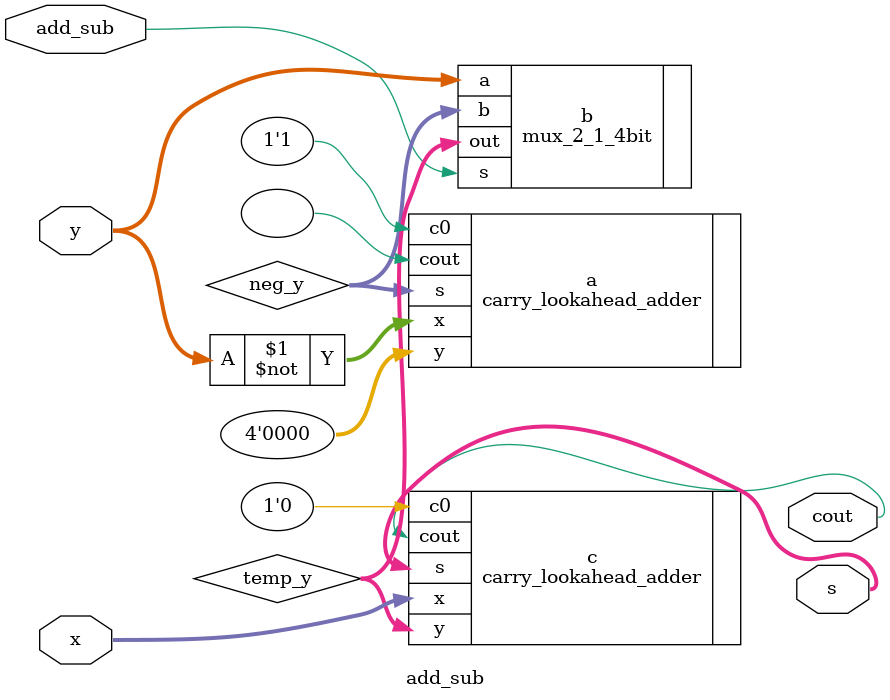
<source format=v>
`timescale 1ns / 1ps
`ifndef add_sub
`define add_sub

`include "carry_lookahead_adder.v"
`include "mux_2_1_4bit.v"
module add_sub(
	input [3:0]x,
	input [3:0]y,
	input add_sub,
	output [3:0]s,
	output cout
   );
	
	//find the 2's complement of number in neg_y
	wire [3:0]neg_y;
	wire garbage;
	
	carry_lookahead_adder a (
		.x(~y),
		.y(4'b0000),
		.c0(1'b1),
		.s(neg_y),
		.cout()
	);
	
	wire [3:0]temp_y;
	
	mux_2_1_4bit b (
		.a(y),
		.b(neg_y),
		.s(add_sub),
		.out(temp_y)
	);
	
	carry_lookahead_adder c (
		.x(x),
		.y(temp_y),
		.c0(1'b0),
		.s(s),
		.cout(cout)
	);

endmodule

`endif 
</source>
